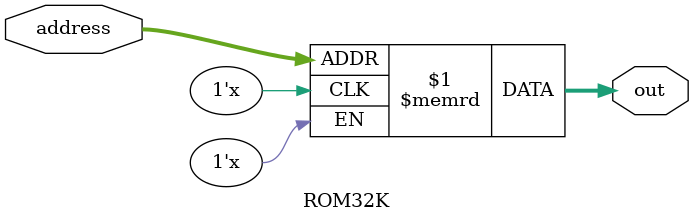
<source format=v>
module ROM32K
  (
   input [14:0]  address,
   output [15:0] out
   );

   reg [15:0]    ram [32767: 0]; // 32k ram

   assign out = ram[address];
   
endmodule // ROM32K

</source>
